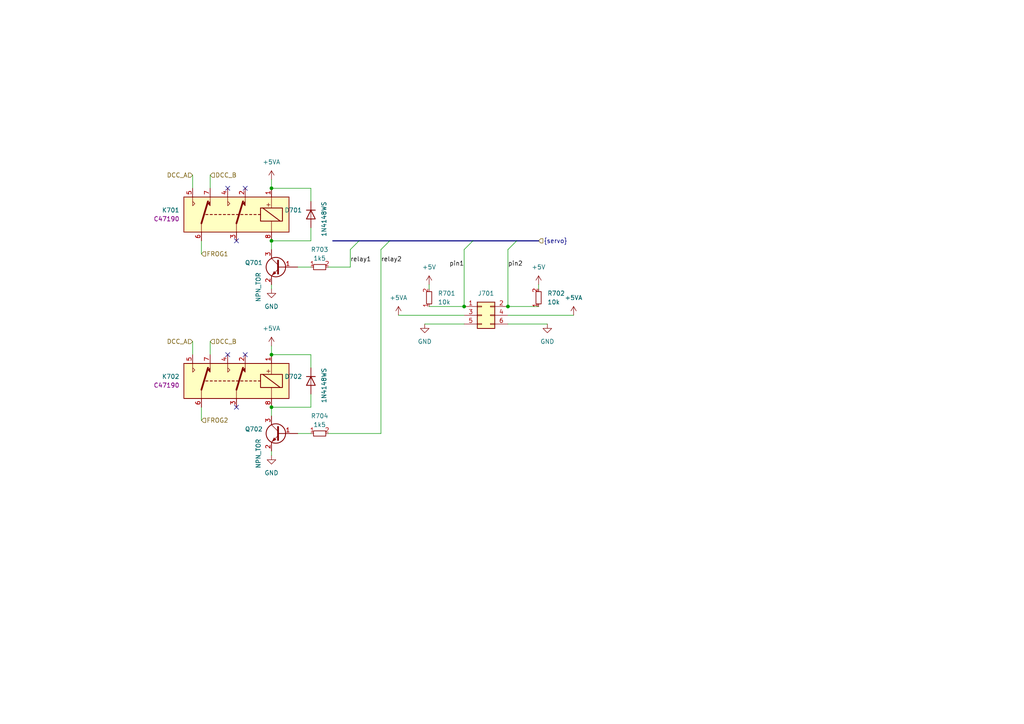
<source format=kicad_sch>
(kicad_sch (version 20230121) (generator eeschema)
  (paper "A4")
  (lib_symbols
    (symbol "Connector_Generic:Conn_02x03_Odd_Even" (pin_names (offset 1.016) hide)
      (property "Reference" "J" (at 1.27 5.08 0))
      (property "Value" "Conn_02x03_Odd_Even" (at 1.27 -5.08 0))
      (symbol "Conn_02x03_Odd_Even_1_1"
        (rectangle (start -1.27 -2.413) (end 0 -2.667) (stroke (width 0.1524)))
        (rectangle (start -1.27 0.127) (end 0 -0.127) (stroke (width 0.1524)))
        (rectangle (start -1.27 2.667) (end 0 2.413) (stroke (width 0.1524)))
        (rectangle (start -1.27 3.81) (end 3.81 -3.81) (stroke (width 0.254)) (fill (type background)))
        (rectangle (start 3.81 -2.413) (end 2.54 -2.667) (stroke (width 0.1524)))
        (rectangle (start 3.81 0.127) (end 2.54 -0.127) (stroke (width 0.1524)))
        (rectangle (start 3.81 2.667) (end 2.54 2.413) (stroke (width 0.1524)))
        (pin passive line (at -5.08 2.54 0) (length 3.81) (name "Pin_1") (number "1"))
        (pin passive line (at 7.62 2.54 180) (length 3.81) (name "Pin_2") (number "2"))
        (pin passive line (at -5.08 0 0) (length 3.81) (name "Pin_3") (number "3"))
        (pin passive line (at 7.62 0 180) (length 3.81) (name "Pin_4") (number "4"))
        (pin passive line (at -5.08 -2.54 0) (length 3.81) (name "Pin_5") (number "5"))
        (pin passive line (at 7.62 -2.54 180) (length 3.81) (name "Pin_6") (number "6"))
      )
    )
    (symbol "custom_kicad_lib_sk:1N4148WS" (pin_numbers hide) (pin_names hide)
      (property "Reference" "D" (at 0 2.54 0))
      (property "Value" "1N4148WS" (at 0 -2.54 0))
      (symbol "1N4148WS_0_1"
        (polyline (pts (xy -1.27 1.27) (xy -1.27 -1.27)) (stroke (width 0.254)))
        (polyline (pts (xy 1.27 0) (xy -1.27 0)))
        (polyline (pts (xy 1.27 1.27) (xy 1.27 -1.27) (xy -1.27 0) (xy 1.27 1.27)) (stroke (width 0.254)))
      )
      (symbol "1N4148WS_1_1"
        (pin passive line (at -3.81 0 0) (length 2.54) (name "K") (number "1"))
        (pin passive line (at 3.81 0 180) (length 2.54) (name "A") (number "2"))
      )
    )
    (symbol "custom_kicad_lib_sk:G6K-2"
      (property "Reference" "K" (at 16.51 3.81 0))
      (property "JLCPCB Part#" "C47190" (at 0 0 0))
      (symbol "G6K-2_0_0"
        (text "+" (at -9.271 2.921 0) (effects (font (size 1.27 1.27))))
      )
      (symbol "G6K-2_0_1"
        (rectangle (start -15.24 5.08) (end 15.24 -5.08) (stroke (width 0.254)) (fill (type background)))
        (rectangle (start -13.335 1.905) (end -6.985 -1.905) (stroke (width 0.254)))
        (polyline (pts (xy -12.7 -1.905) (xy -7.62 1.905)) (stroke (width 0.254)))
        (polyline (pts (xy -10.16 -5.08) (xy -10.16 -1.905)))
        (polyline (pts (xy -10.16 5.08) (xy -10.16 1.905)))
        (polyline (pts (xy -6.985 0) (xy -6.35 0)) (stroke (width 0.254)))
        (polyline (pts (xy -5.715 0) (xy -5.08 0)) (stroke (width 0.254)))
        (polyline (pts (xy -4.445 0) (xy -3.81 0)) (stroke (width 0.254)))
        (polyline (pts (xy -3.175 0) (xy -2.54 0)) (stroke (width 0.254)))
        (polyline (pts (xy -1.905 0) (xy -1.27 0)) (stroke (width 0.254)))
        (polyline (pts (xy -0.635 0) (xy 0 0)) (stroke (width 0.254)))
        (polyline (pts (xy 0 -2.54) (xy -1.905 3.81)) (stroke (width 0.508)))
        (polyline (pts (xy 0 -2.54) (xy 0 -5.08)))
        (polyline (pts (xy 0.635 0) (xy 1.27 0)) (stroke (width 0.254)))
        (polyline (pts (xy 1.905 0) (xy 2.54 0)) (stroke (width 0.254)))
        (polyline (pts (xy 3.175 0) (xy 3.81 0)) (stroke (width 0.254)))
        (polyline (pts (xy 4.445 0) (xy 5.08 0)) (stroke (width 0.254)))
        (polyline (pts (xy 5.715 0) (xy 6.35 0)) (stroke (width 0.254)))
        (polyline (pts (xy 6.985 0) (xy 7.62 0)) (stroke (width 0.254)))
        (polyline (pts (xy 8.255 0) (xy 8.89 0)) (stroke (width 0.254)))
        (polyline (pts (xy 10.16 -2.54) (xy 8.255 3.81)) (stroke (width 0.508)))
        (polyline (pts (xy 10.16 -2.54) (xy 10.16 -5.08)))
        (polyline (pts (xy -2.54 5.08) (xy -2.54 2.54) (xy -1.905 3.175) (xy -2.54 3.81)) (fill (type outline)))
        (polyline (pts (xy 2.54 5.08) (xy 2.54 2.54) (xy 1.905 3.175) (xy 2.54 3.81)))
        (polyline (pts (xy 7.62 5.08) (xy 7.62 2.54) (xy 8.255 3.175) (xy 7.62 3.81)) (fill (type outline)))
        (polyline (pts (xy 12.7 5.08) (xy 12.7 2.54) (xy 12.065 3.175) (xy 12.7 3.81)))
      )
      (symbol "G6K-2_1_1"
        (pin passive line (at -10.16 7.62 270) (length 2.54) (name "~") (number "1"))
        (pin passive line (at -2.54 7.62 270) (length 2.54) (name "~") (number "2"))
        (pin passive line (at 0 -7.62 90) (length 2.54) (name "~") (number "3"))
        (pin passive line (at 2.54 7.62 270) (length 2.54) (name "~") (number "4"))
        (pin passive line (at 12.7 7.62 270) (length 2.54) (name "~") (number "5"))
        (pin passive line (at 10.16 -7.62 90) (length 2.54) (name "~") (number "6"))
        (pin passive line (at 7.62 7.62 270) (length 2.54) (name "~") (number "7"))
        (pin passive line (at -10.16 -7.62 90) (length 2.54) (name "~") (number "8"))
      )
    )
    (symbol "custom_kicad_lib_sk:NPN_TOR" (pin_names (offset 0) hide)
      (property "Reference" "Q" (at 5.08 1.905 0))
      (property "Value" "NPN_TOR" (at 5.08 0 0))
      (symbol "NPN_TOR_0_1"
        (polyline (pts (xy 0.635 0.635) (xy 2.54 2.54)))
        (polyline (pts (xy 0.635 -0.635) (xy 2.54 -2.54) (xy 2.54 -2.54)))
        (polyline (pts (xy 0.635 1.905) (xy 0.635 -1.905) (xy 0.635 -1.905)) (stroke (width 0.508)))
        (polyline (pts (xy 1.27 -1.778) (xy 1.778 -1.27) (xy 2.286 -2.286) (xy 1.27 -1.778) (xy 1.27 -1.778)) (fill (type outline)))
        (circle (center 1.27 0) (radius 2.8194) (stroke (width 0.254)))
      )
      (symbol "NPN_TOR_1_1"
        (pin input line (at -5.08 0 0) (length 5.715) (name "B") (number "1"))
        (pin passive line (at 2.54 -5.08 90) (length 2.54) (name "E") (number "2"))
        (pin passive line (at 2.54 5.08 270) (length 2.54) (name "C") (number "3"))
      )
    )
    (symbol "power:+5V" (power) (pin_names (offset 0))
      (property "Value" "+5V" (at 0 3.556 0))
      (symbol "+5V_0_1"
        (polyline (pts (xy -0.762 1.27) (xy 0 2.54)))
        (polyline (pts (xy 0 0) (xy 0 2.54)))
        (polyline (pts (xy 0 2.54) (xy 0.762 1.27)))
      )
      (symbol "+5V_1_1"
        (pin power_in line (at 0 0 90) (length 0) hide (name "+5V") (number "1"))
      )
    )
    (symbol "power:+5VA" (power) (pin_names (offset 0))
      (property "Value" "+5VA" (at 0 3.556 0))
      (symbol "+5VA_0_1"
        (polyline (pts (xy -0.762 1.27) (xy 0 2.54)))
        (polyline (pts (xy 0 0) (xy 0 2.54)))
        (polyline (pts (xy 0 2.54) (xy 0.762 1.27)))
      )
      (symbol "+5VA_1_1"
        (pin power_in line (at 0 0 90) (length 0) hide (name "+5VA") (number "1"))
      )
    )
    (symbol "power:GND" (power) (pin_names (offset 0))
      (property "Value" "GND" (at 0 -3.81 0))
      (symbol "GND_0_1"
        (polyline (pts (xy 0 0) (xy 0 -1.27) (xy 1.27 -1.27) (xy 0 -2.54) (xy -1.27 -1.27) (xy 0 -1.27)))
      )
      (symbol "GND_1_1"
        (pin power_in line (at 0 0 270) (length 0) hide (name "GND") (number "1"))
      )
    )
    (symbol "resistors_0603:R_10k_0603"
      (property "Reference" "R" (at 1.27 2.54 0))
      (property "Value" "10k" (at 2.54 -2.54 0))
      (symbol "R_10k_0603_0_1"
        (rectangle (start -0.762 1.778) (end 0.762 -1.778) (stroke (width 0.2032)))
      )
      (symbol "R_10k_0603_1_1"
        (pin passive line (at 0 2.54 270) (length 0.762) (name "~") (number "1"))
        (pin passive line (at 0 -2.54 90) (length 0.762) (name "~") (number "2"))
      )
    )
    (symbol "resistors_0603:R_1k5_0603"
      (property "Reference" "R" (at 1.27 2.54 0))
      (property "Value" "1k5" (at 2.54 -2.54 0))
      (symbol "R_1k5_0603_0_1"
        (rectangle (start -0.762 1.778) (end 0.762 -1.778) (stroke (width 0.2032)))
      )
      (symbol "R_1k5_0603_1_1"
        (pin passive line (at 0 2.54 270) (length 0.762) (name "~") (number "1"))
        (pin passive line (at 0 -2.54 90) (length 0.762) (name "~") (number "2"))
      )
    )
  )
  (junction (at 147.32 88.9))
  (junction (at 78.74 118.11))
  (junction (at 78.74 54.61))
  (junction (at 134.62 88.9))
  (junction (at 78.74 69.85))
  (junction (at 78.74 102.87))
  (no_connect (at 66.04 54.61))
  (no_connect (at 68.58 69.85))
  (no_connect (at 71.12 54.61))
  (no_connect (at 68.58 118.11))
  (no_connect (at 66.04 102.87))
  (no_connect (at 71.12 102.87))
  (bus_entry (at 104.14 69.85) (size -2.54 2.54))
  (bus_entry (at 113.03 69.85) (size -2.54 2.54))
  (bus_entry (at 149.86 69.85) (size -2.54 2.54))
  (bus_entry (at 137.16 69.85) (size -2.54 2.54))
  (wire (pts (xy 134.62 93.98) (xy 123.19 93.98)))
  (wire (pts (xy 78.74 118.11) (xy 78.74 120.65)))
  (wire (pts (xy 134.62 72.39) (xy 134.62 88.9)))
  (wire (pts (xy 58.42 69.85) (xy 58.42 73.66)))
  (wire (pts (xy 147.32 88.9) (xy 156.21 88.9)))
  (wire (pts (xy 90.17 58.42) (xy 90.17 54.61)))
  (wire (pts (xy 124.46 88.9) (xy 134.62 88.9)))
  (wire (pts (xy 156.21 82.55) (xy 156.21 83.82)))
  (bus (pts (xy 104.14 69.85) (xy 113.03 69.85)))
  (wire (pts (xy 60.96 99.06) (xy 60.96 102.87)))
  (wire (pts (xy 86.36 125.73) (xy 90.17 125.73)))
  (wire (pts (xy 78.74 82.55) (xy 78.74 83.82)))
  (wire (pts (xy 124.46 82.55) (xy 124.46 83.82)))
  (bus (pts (xy 137.16 69.85) (xy 149.86 69.85)))
  (wire (pts (xy 115.57 91.44) (xy 134.62 91.44)))
  (wire (pts (xy 78.74 130.81) (xy 78.74 132.08)))
  (bus (pts (xy 96.52 69.85) (xy 104.14 69.85)))
  (wire (pts (xy 95.25 77.47) (xy 101.6 77.47)))
  (wire (pts (xy 147.32 72.39) (xy 147.32 88.9)))
  (wire (pts (xy 147.32 93.98) (xy 158.75 93.98)))
  (wire (pts (xy 95.25 125.73) (xy 110.49 125.73)))
  (wire (pts (xy 78.74 118.11) (xy 90.17 118.11)))
  (wire (pts (xy 110.49 72.39) (xy 110.49 125.73)))
  (wire (pts (xy 90.17 69.85) (xy 90.17 66.04)))
  (wire (pts (xy 58.42 118.11) (xy 58.42 121.92)))
  (wire (pts (xy 90.17 54.61) (xy 78.74 54.61)))
  (wire (pts (xy 78.74 52.07) (xy 78.74 54.61)))
  (wire (pts (xy 101.6 77.47) (xy 101.6 72.39)))
  (wire (pts (xy 86.36 77.47) (xy 90.17 77.47)))
  (wire (pts (xy 90.17 118.11) (xy 90.17 114.3)))
  (wire (pts (xy 90.17 106.68) (xy 90.17 102.87)))
  (bus (pts (xy 149.86 69.85) (xy 156.21 69.85)))
  (wire (pts (xy 60.96 50.8) (xy 60.96 54.61)))
  (wire (pts (xy 78.74 100.33) (xy 78.74 102.87)))
  (wire (pts (xy 78.74 69.85) (xy 78.74 72.39)))
  (wire (pts (xy 78.74 69.85) (xy 90.17 69.85)))
  (wire (pts (xy 55.88 50.8) (xy 55.88 54.61)))
  (bus (pts (xy 113.03 69.85) (xy 137.16 69.85)))
  (wire (pts (xy 90.17 102.87) (xy 78.74 102.87)))
  (wire (pts (xy 55.88 99.06) (xy 55.88 102.87)))
  (wire (pts (xy 166.37 91.44) (xy 147.32 91.44)))
  (label "pin1" (at 134.62 77.47 180))
  (label "pin2" (at 147.32 77.47 0))
  (label "relay2" (at 110.49 76.2 0))
  (label "relay1" (at 101.6 76.2 0))
  (hierarchical_label "DCC_B" (shape input) (at 60.96 50.8 0))
  (hierarchical_label "{servo}" (shape input) (at 156.21 69.85 0))
  (hierarchical_label "FROG1" (shape input) (at 58.42 73.66 0))
  (hierarchical_label "DCC_A" (shape input) (at 55.88 50.8 180))
  (hierarchical_label "DCC_A" (shape input) (at 55.88 99.06 180))
  (hierarchical_label "FROG2" (shape input) (at 58.42 121.92 0))
  (hierarchical_label "DCC_B" (shape input) (at 60.96 99.06 0))
  (symbol (lib_id "resistors_0603:R_1k5_0603") (at 92.71 77.47 90) (unit 1)
    (property "Reference" "R703" (at 92.71 72.39 90))
    (property "Value" "1k5" (at 92.71 74.93 90))
    (property "Footprint" "custom_kicad_lib_sk:R_0603_smalltext" (effects hide))
    (property "JLCPCB Part#" "C22843" (effects hide))
    (instances (project "OS-servoDriver_relay" (path "" (reference "R703") (unit 1)) (path "" (reference "R803") (unit 1)) (path "" (reference "R906") (unit 1))))
  )
  (symbol (lib_id "custom_kicad_lib_sk:G6K-2") (at 68.58 110.49 0) (mirror y) (unit 1)
    (property "Reference" "K702" (at 52.07 109.22 0) (effects (justify left)))
    (property "Value" "G6K-2F-Y-TR DC5" (effects hide))
    (property "Footprint" "Relay_SMD:Relay_DPDT_Omron_G6K-2F-Y" (effects hide))
    (property "Datasheet" "http://omronfs.omron.com/en_US/ecb/products/pdf/en-g6k.pdf" (effects hide))
    (property "JLCPCB Part#" "C47190" (at 52.07 111.76 0) (effects (justify left)))
    (instances (project "OS-servoDriver_relay" (path "" (reference "K702") (unit 1)) (path "" (reference "K802") (unit 1)) (path "" (reference "K902") (unit 1))))
  )
  (symbol (lib_id "power:GND") (at 158.75 93.98 0) (unit 1)
    (property "Reference" "#PWR0701" (effects hide))
    (property "Value" "GND" (at 158.75 99.06 0))
    (instances (project "OS-servoDriver_relay" (path "" (reference "#PWR0701") (unit 1)) (path "" (reference "#PWR0801") (unit 1)) (path "" (reference "#PWR0901") (unit 1))))
  )
  (symbol (lib_id "power:+5VA") (at 166.37 91.44 0) (mirror y) (unit 1)
    (property "Reference" "#PWR0704" (effects hide))
    (property "Value" "+5VA" (at 166.37 86.36 0))
    (instances (project "OS-servoDriver_relay" (path "" (reference "#PWR0704") (unit 1)) (path "" (reference "#PWR0804") (unit 1)) (path "" (reference "#PWR0904") (unit 1))))
  )
  (symbol (lib_id "power:+5VA") (at 78.74 100.33 0) (unit 1)
    (property "Reference" "#PWR0707" (effects hide))
    (property "Value" "+5VA" (at 78.74 95.25 0))
    (instances (project "OS-servoDriver_relay" (path "" (reference "#PWR0707") (unit 1)) (path "" (reference "#PWR0807") (unit 1)) (path "" (reference "#PWR0907") (unit 1))))
  )
  (symbol (lib_id "Connector_Generic:Conn_02x03_Odd_Even") (at 139.7 91.44 0) (unit 1)
    (property "Reference" "J701" (at 140.97 85.09 0))
    (property "Value" "Conn_02x03_Odd_Even" (effects hide))
    (property "Footprint" "Connector_PinHeader_2.54mm:PinHeader_2x03_P2.54mm_Vertical" (effects hide))
    (property "JLCPCB Part#" "C65114" (effects hide))
    (instances (project "OS-servoDriver_relay" (path "" (reference "J701") (unit 1)) (path "" (reference "J801") (unit 1)) (path "" (reference "J901") (unit 1))))
  )
  (symbol (lib_id "custom_kicad_lib_sk:NPN_TOR") (at 81.28 125.73 0) (mirror y) (unit 1)
    (property "Reference" "Q702" (at 76.2 124.46 0) (effects (justify left)))
    (property "Value" "NPN_TOR" (at 74.93 135.89 90) (effects (justify left)))
    (property "Footprint" "Package_TO_SOT_SMD:SOT-23" (effects hide))
    (property "JLCPCB Part#" "C2145" (effects hide))
    (instances (project "OS-servoDriver_relay" (path "" (reference "Q702") (unit 1)) (path "" (reference "Q802") (unit 1)) (path "" (reference "Q902") (unit 1))))
  )
  (symbol (lib_id "resistors_0603:R_1k5_0603") (at 92.71 125.73 90) (unit 1)
    (property "Reference" "R704" (at 92.71 120.65 90))
    (property "Value" "1k5" (at 92.71 123.19 90))
    (property "Footprint" "custom_kicad_lib_sk:R_0603_smalltext" (effects hide))
    (property "JLCPCB Part#" "C22843" (effects hide))
    (instances (project "OS-servoDriver_relay" (path "" (reference "R704") (unit 1)) (path "" (reference "R804") (unit 1)) (path "" (reference "R907") (unit 1))))
  )
  (symbol (lib_id "power:+5V") (at 124.46 82.55 0) (unit 1)
    (property "Reference" "#PWR0705" (effects hide))
    (property "Value" "+5V" (at 124.46 77.47 0))
    (instances (project "OS-servoDriver_relay" (path "" (reference "#PWR0705") (unit 1)) (path "" (reference "#PWR0805") (unit 1)) (path "" (reference "#PWR0905") (unit 1))))
  )
  (symbol (lib_id "custom_kicad_lib_sk:1N4148WS") (at 90.17 110.49 90) (mirror x) (unit 1)
    (property "Reference" "D702" (at 87.63 109.22 90) (effects (justify left)))
    (property "Value" "1N4148WS" (at 93.98 106.68 0) (effects (justify left)))
    (property "Footprint" "Diode_SMD:D_SOD-323" (effects hide))
    (property "Datasheet" "https://www.vishay.com/docs/85751/1n4148ws.pdf" (effects hide))
    (property "Sim.Device" "D" (effects hide))
    (property "Sim.Pins" "1=K 2=A" (effects hide))
    (property "JLCPCB Part#" "C2128" (effects hide))
    (instances (project "OS-servoDriver_relay" (path "" (reference "D702") (unit 1)) (path "" (reference "D802") (unit 1)) (path "" (reference "D902") (unit 1))))
  )
  (symbol (lib_id "custom_kicad_lib_sk:1N4148WS") (at 90.17 62.23 90) (mirror x) (unit 1)
    (property "Reference" "D701" (at 87.63 60.96 90) (effects (justify left)))
    (property "Value" "1N4148WS" (at 93.98 58.42 0) (effects (justify left)))
    (property "Footprint" "Diode_SMD:D_SOD-323" (effects hide))
    (property "Datasheet" "https://www.vishay.com/docs/85751/1n4148ws.pdf" (effects hide))
    (property "Sim.Device" "D" (effects hide))
    (property "Sim.Pins" "1=K 2=A" (effects hide))
    (property "JLCPCB Part#" "C2128" (effects hide))
    (instances (project "OS-servoDriver_relay" (path "" (reference "D701") (unit 1)) (path "" (reference "D801") (unit 1)) (path "" (reference "D901") (unit 1))))
  )
  (symbol (lib_id "custom_kicad_lib_sk:NPN_TOR") (at 81.28 77.47 0) (mirror y) (unit 1)
    (property "Reference" "Q701" (at 76.2 76.2 0) (effects (justify left)))
    (property "Value" "NPN_TOR" (at 74.93 87.63 90) (effects (justify left)))
    (property "Footprint" "Package_TO_SOT_SMD:SOT-23" (effects hide))
    (property "JLCPCB Part#" "C2145" (effects hide))
    (instances (project "OS-servoDriver_relay" (path "" (reference "Q701") (unit 1)) (path "" (reference "Q801") (unit 1)) (path "" (reference "Q901") (unit 1))))
  )
  (symbol (lib_id "custom_kicad_lib_sk:G6K-2") (at 68.58 62.23 0) (mirror y) (unit 1)
    (property "Reference" "K701" (at 52.07 60.96 0) (effects (justify left)))
    (property "Value" "G6K-2F-Y-TR DC5" (effects hide))
    (property "Footprint" "Relay_SMD:Relay_DPDT_Omron_G6K-2F-Y" (effects hide))
    (property "Datasheet" "http://omronfs.omron.com/en_US/ecb/products/pdf/en-g6k.pdf" (effects hide))
    (property "JLCPCB Part#" "C47190" (at 52.07 63.5 0) (effects (justify left)))
    (instances (project "OS-servoDriver_relay" (path "" (reference "K701") (unit 1)) (path "" (reference "K801") (unit 1)) (path "" (reference "K901") (unit 1))))
  )
  (symbol (lib_id "resistors_0603:R_10k_0603") (at 156.21 86.36 180) (unit 1)
    (property "Reference" "R702" (at 158.75 85.09 0) (effects (justify right)))
    (property "Value" "10k" (at 158.75 87.63 0) (effects (justify right)))
    (property "Footprint" "custom_kicad_lib_sk:R_0603_smalltext" (effects hide))
    (property "JLCPCB Part#" "C25804" (effects hide))
    (instances (project "OS-servoDriver_relay" (path "" (reference "R702") (unit 1)) (path "" (reference "R802") (unit 1)) (path "" (reference "R905") (unit 1))))
  )
  (symbol (lib_id "power:+5VA") (at 115.57 91.44 0) (unit 1)
    (property "Reference" "#PWR0703" (effects hide))
    (property "Value" "+5VA" (at 115.57 86.36 0))
    (instances (project "OS-servoDriver_relay" (path "" (reference "#PWR0703") (unit 1)) (path "" (reference "#PWR0803") (unit 1)) (path "" (reference "#PWR0903") (unit 1))))
  )
  (symbol (lib_id "power:+5VA") (at 78.74 52.07 0) (unit 1)
    (property "Reference" "#PWR0709" (effects hide))
    (property "Value" "+5VA" (at 78.74 46.99 0))
    (instances (project "OS-servoDriver_relay" (path "" (reference "#PWR0709") (unit 1)) (path "" (reference "#PWR0809") (unit 1)) (path "" (reference "#PWR0909") (unit 1))))
  )
  (symbol (lib_id "power:GND") (at 123.19 93.98 0) (mirror y) (unit 1)
    (property "Reference" "#PWR0702" (effects hide))
    (property "Value" "GND" (at 123.19 99.06 0))
    (instances (project "OS-servoDriver_relay" (path "" (reference "#PWR0702") (unit 1)) (path "" (reference "#PWR0802") (unit 1)) (path "" (reference "#PWR0902") (unit 1))))
  )
  (symbol (lib_id "resistors_0603:R_10k_0603") (at 124.46 86.36 180) (unit 1)
    (property "Reference" "R701" (at 127 85.09 0) (effects (justify right)))
    (property "Value" "10k" (at 127 87.63 0) (effects (justify right)))
    (property "Footprint" "custom_kicad_lib_sk:R_0603_smalltext" (effects hide))
    (property "JLCPCB Part#" "C25804" (effects hide))
    (instances (project "OS-servoDriver_relay" (path "" (reference "R701") (unit 1)) (path "" (reference "R801") (unit 1)) (path "" (reference "R904") (unit 1))))
  )
  (symbol (lib_id "power:GND") (at 78.74 83.82 0) (mirror y) (unit 1)
    (property "Reference" "#PWR0708" (effects hide))
    (property "Value" "GND" (at 78.74 88.9 0))
    (instances (project "OS-servoDriver_relay" (path "" (reference "#PWR0708") (unit 1)) (path "" (reference "#PWR0808") (unit 1)) (path "" (reference "#PWR0908") (unit 1))))
  )
  (symbol (lib_id "power:+5V") (at 156.21 82.55 0) (unit 1)
    (property "Reference" "#PWR0706" (effects hide))
    (property "Value" "+5V" (at 156.21 77.47 0))
    (instances (project "OS-servoDriver_relay" (path "" (reference "#PWR0706") (unit 1)) (path "" (reference "#PWR0806") (unit 1)) (path "" (reference "#PWR0906") (unit 1))))
  )
  (symbol (lib_id "power:GND") (at 78.74 132.08 0) (mirror y) (unit 1)
    (property "Reference" "#PWR0710" (effects hide))
    (property "Value" "GND" (at 78.74 137.16 0))
    (instances (project "OS-servoDriver_relay" (path "" (reference "#PWR0710") (unit 1)) (path "" (reference "#PWR0810") (unit 1)) (path "" (reference "#PWR0910") (unit 1))))
  )
)
</source>
